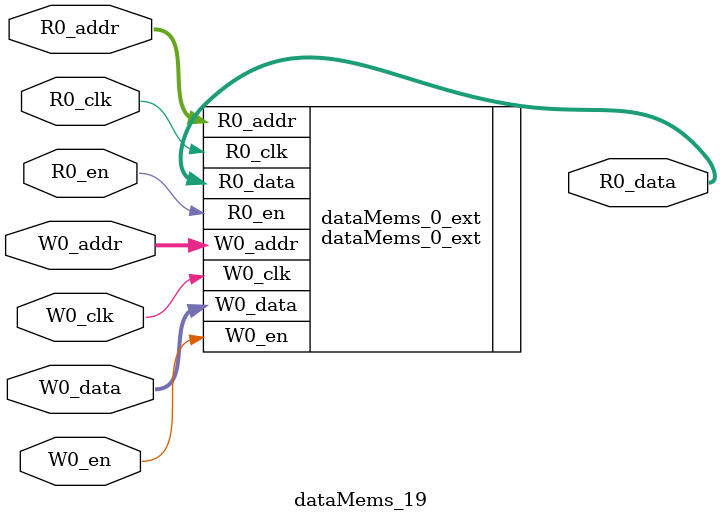
<source format=sv>
`ifndef RANDOMIZE
  `ifdef RANDOMIZE_REG_INIT
    `define RANDOMIZE
  `endif // RANDOMIZE_REG_INIT
`endif // not def RANDOMIZE
`ifndef RANDOMIZE
  `ifdef RANDOMIZE_MEM_INIT
    `define RANDOMIZE
  `endif // RANDOMIZE_MEM_INIT
`endif // not def RANDOMIZE

`ifndef RANDOM
  `define RANDOM $random
`endif // not def RANDOM

// Users can define 'PRINTF_COND' to add an extra gate to prints.
`ifndef PRINTF_COND_
  `ifdef PRINTF_COND
    `define PRINTF_COND_ (`PRINTF_COND)
  `else  // PRINTF_COND
    `define PRINTF_COND_ 1
  `endif // PRINTF_COND
`endif // not def PRINTF_COND_

// Users can define 'ASSERT_VERBOSE_COND' to add an extra gate to assert error printing.
`ifndef ASSERT_VERBOSE_COND_
  `ifdef ASSERT_VERBOSE_COND
    `define ASSERT_VERBOSE_COND_ (`ASSERT_VERBOSE_COND)
  `else  // ASSERT_VERBOSE_COND
    `define ASSERT_VERBOSE_COND_ 1
  `endif // ASSERT_VERBOSE_COND
`endif // not def ASSERT_VERBOSE_COND_

// Users can define 'STOP_COND' to add an extra gate to stop conditions.
`ifndef STOP_COND_
  `ifdef STOP_COND
    `define STOP_COND_ (`STOP_COND)
  `else  // STOP_COND
    `define STOP_COND_ 1
  `endif // STOP_COND
`endif // not def STOP_COND_

// Users can define INIT_RANDOM as general code that gets injected into the
// initializer block for modules with registers.
`ifndef INIT_RANDOM
  `define INIT_RANDOM
`endif // not def INIT_RANDOM

// If using random initialization, you can also define RANDOMIZE_DELAY to
// customize the delay used, otherwise 0.002 is used.
`ifndef RANDOMIZE_DELAY
  `define RANDOMIZE_DELAY 0.002
`endif // not def RANDOMIZE_DELAY

// Define INIT_RANDOM_PROLOG_ for use in our modules below.
`ifndef INIT_RANDOM_PROLOG_
  `ifdef RANDOMIZE
    `ifdef VERILATOR
      `define INIT_RANDOM_PROLOG_ `INIT_RANDOM
    `else  // VERILATOR
      `define INIT_RANDOM_PROLOG_ `INIT_RANDOM #`RANDOMIZE_DELAY begin end
    `endif // VERILATOR
  `else  // RANDOMIZE
    `define INIT_RANDOM_PROLOG_
  `endif // RANDOMIZE
`endif // not def INIT_RANDOM_PROLOG_

// Include register initializers in init blocks unless synthesis is set
`ifndef SYNTHESIS
  `ifndef ENABLE_INITIAL_REG_
    `define ENABLE_INITIAL_REG_
  `endif // not def ENABLE_INITIAL_REG_
`endif // not def SYNTHESIS

// Include rmemory initializers in init blocks unless synthesis is set
`ifndef SYNTHESIS
  `ifndef ENABLE_INITIAL_MEM_
    `define ENABLE_INITIAL_MEM_
  `endif // not def ENABLE_INITIAL_MEM_
`endif // not def SYNTHESIS

module dataMems_19(	// @[generators/ara/src/main/scala/UnsafeAXI4ToTL.scala:365:62]
  input  [4:0]   R0_addr,
  input          R0_en,
  input          R0_clk,
  output [258:0] R0_data,
  input  [4:0]   W0_addr,
  input          W0_en,
  input          W0_clk,
  input  [258:0] W0_data
);

  dataMems_0_ext dataMems_0_ext (	// @[generators/ara/src/main/scala/UnsafeAXI4ToTL.scala:365:62]
    .R0_addr (R0_addr),
    .R0_en   (R0_en),
    .R0_clk  (R0_clk),
    .R0_data (R0_data),
    .W0_addr (W0_addr),
    .W0_en   (W0_en),
    .W0_clk  (W0_clk),
    .W0_data (W0_data)
  );
endmodule


</source>
